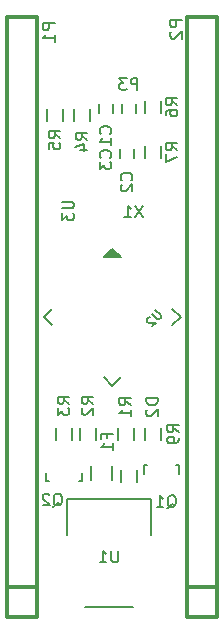
<source format=gbr>
G04 CAM350 V9.5.1 (Build 211) Date:  Tue May 10 22:39:24 2016 *
G04 Database: (Untitled) *
G04 Layer 4: STM32Mini-B_Sil *
%FSLAX45Y45*%
%MOMM*%
%SFA1.000B1.000*%

%MIA0B0*%
%IPPOS*%
%ADD25C,0.20320*%
%ADD28C,0.30480*%
%ADD29C,0.15000*%
%ADD72C,0.14986*%
%LNSTM32Mini-B_Sil*%
%LPD*%
G54D29*
X14621200Y-6721400D02*
G01Y-6791400D01*
X14741200D02*
G01Y-6721400D01*
X14919000Y-7172400D02*
G01Y-7102400D01*
X14799000D02*
G01Y-7172400D01*
X14555600Y-9782500D02*
G01Y-9902500D01*
X14730600D02*
G01Y-9782500D01*
X15021184Y-9777476D02*
G01X15026010D01*
X15301082Y-9847580D02*
G01Y-9777476D01*
Y-9777476D02*
G01X15276190D01*
X15021184D02*
G01X15001118D01*
Y-9777476D02*
G01Y-9847580D01*
X14351000Y-10363200D02*
G01Y-10058400D01*
Y-10058400D02*
G01X15062200D01*
Y-10058400D02*
G01Y-10363200D01*
X14503400Y-10972800D02*
G01X14909800D01*
G54D28*
X13843000Y-5981700D02*
G01Y-11061700D01*
X14097000D02*
G01Y-5981700D01*
Y-5981700D02*
G01X13843000D01*
X14097000Y-10807700D02*
G01X13843000D01*
Y-11061700D02*
G01X14097000D01*
X15367200Y-5981700D02*
G01Y-11061700D01*
X15621200D02*
G01Y-5981700D01*
Y-5981700D02*
G01X15367200D01*
X15621200Y-10807700D02*
G01X15367200D01*
Y-11061700D02*
G01X15621200D01*
G54D29*
X14913800Y-9562300D02*
G01Y-9462300D01*
X14778800D02*
G01Y-9562300D01*
X14596300D02*
G01Y-9462300D01*
X14461300D02*
G01Y-9562300D01*
X14393100D02*
G01Y-9462300D01*
X14258100D02*
G01Y-9562300D01*
X14410500Y-6757200D02*
G01Y-6857200D01*
X14545500D02*
G01Y-6757200D01*
X14181900D02*
G01Y-6857200D01*
X14316900D02*
G01Y-6757200D01*
X15142400Y-6793700D02*
G01Y-6693700D01*
X15007400D02*
G01Y-6793700D01*
X15142400Y-7174700D02*
G01Y-7074700D01*
X15007400D02*
G01Y-7174700D01*
X14811700Y-6721400D02*
G01Y-6791400D01*
X14931700D02*
G01Y-6721400D01*
X14455516Y-9907524D02*
G01X14450690D01*
X14175618Y-9837420D02*
G01Y-9907524D01*
Y-9907524D02*
G01X14200510D01*
X14455516D02*
G01X14475582D01*
Y-9907524D02*
G01Y-9837420D01*
X14939200Y-9917900D02*
G01Y-9817900D01*
X14804200D02*
G01Y-9917900D01*
X15007400Y-9462300D02*
G01Y-9562300D01*
X15142400D02*
G01Y-9462300D01*
G54D72*
X14717811Y-7956123D02*
G01X14746189D01*
X14760198Y-7970133D02*
G01X14703802D01*
X14689613Y-7984321D02*
G01X14774387D01*
X14788576Y-7998510D02*
G01X14675424D01*
X14802764Y-8012699D02*
G01X14732000Y-7941935D01*
Y-7941935D02*
G01X14661236Y-8012699D01*
Y-8012699D02*
G01X14802764D01*
X15241001Y-8592464D02*
G01X15311765Y-8521700D01*
Y-8521700D02*
G01X15241001Y-8450936D01*
X14661236Y-9030701D02*
G01X14732000Y-9101465D01*
Y-9101465D02*
G01X14802764Y-9030701D01*
X14222999Y-8450936D02*
G01X14152235Y-8521700D01*
Y-8521700D02*
G01X14222999Y-8592464D01*
G54D29*
X14716914Y-6968333D02*
G01X14721676Y-6963571D01*
X14726438Y-6949286*
Y-6939762*
X14721676Y-6925476*
X14712152Y-6915952*
X14702629Y-6911190*
X14683581Y-6906429*
X14669295*
X14650248Y-6911190*
X14640724Y-6915952*
X14631200Y-6925476*
X14626438Y-6939762*
Y-6949286*
X14631200Y-6963571*
X14635962Y-6968333*
X14726438Y-7063571D02*
G01Y-7006429D01*
Y-7035000D02*
G01X14626438D01*
X14640724Y-7025476*
X14650248Y-7015952*
X14655010Y-7006429*
X14894714Y-7362033D02*
G01X14899476Y-7357271D01*
X14904238Y-7342986*
Y-7333462*
X14899476Y-7319176*
X14889952Y-7309652*
X14880429Y-7304890*
X14861381Y-7300129*
X14847095*
X14828048Y-7304890*
X14818524Y-7309652*
X14809000Y-7319176*
X14804238Y-7333462*
Y-7342986*
X14809000Y-7357271*
X14813762Y-7362033*
Y-7400129D02*
G01X14809000Y-7404890D01*
X14804238Y-7414414*
Y-7438224*
X14809000Y-7447748*
X14813762Y-7452510*
X14823286Y-7457271*
X14832810*
X14847095Y-7452510*
X14904238Y-7395367*
Y-7457271*
X14686757Y-9542467D02*
G01Y-9509133D01*
X14739138D02*
G01X14639138D01*
Y-9556752*
X14739138Y-9647229D02*
G01Y-9590086D01*
Y-9618657D02*
G01X14639138D01*
X14653424Y-9609133*
X14662948Y-9599609*
X14667710Y-9590086*
X15198724Y-10138562D02*
G01X15208248Y-10133800D01*
X15217771Y-10124276*
X15232057Y-10109990*
X15241581Y-10105229*
X15251105*
X15246343Y-10129038D02*
G01X15255867Y-10124276D01*
X15265391Y-10114752*
X15270152Y-10095705*
Y-10062371*
X15265391Y-10043324*
X15255867Y-10033800*
X15246343Y-10029038*
X15227295*
X15217771Y-10033800*
X15208248Y-10043324*
X15203486Y-10062371*
Y-10095705*
X15208248Y-10114752*
X15217771Y-10124276*
X15227295Y-10129038*
X15246343*
X15108248D02*
G01X15165391D01*
X15136819D02*
G01Y-10029038D01*
X15146343Y-10043324*
X15155867Y-10052848*
X15165391Y-10057609*
X14782791Y-10498938D02*
G01Y-10579890D01*
X14778029Y-10589414*
X14773267Y-10594176*
X14763743Y-10598938*
X14744695*
X14735171Y-10594176*
X14730410Y-10589414*
X14725648Y-10579890*
Y-10498938*
X14625648Y-10598938D02*
G01X14682791D01*
X14654219D02*
G01Y-10498938D01*
X14663743Y-10513224*
X14673267Y-10522748*
X14682791Y-10527509*
G54D25*
X14244562Y-6033710D02*
G01X14142962D01*
Y-6072414*
X14147800Y-6082090*
X14152638Y-6086929*
X14162314Y-6091767*
X14176829*
X14186505Y-6086929*
X14191343Y-6082090*
X14196181Y-6072414*
Y-6033710*
X14244562Y-6188529D02*
G01Y-6130471D01*
Y-6159500D02*
G01X14142962D01*
X14157476Y-6149824*
X14167152Y-6140148*
X14171991Y-6130471*
X15324262Y-6008310D02*
G01X15222662D01*
Y-6047014*
X15227500Y-6056690*
X15232338Y-6061529*
X15242014Y-6066367*
X15256529*
X15266205Y-6061529*
X15271043Y-6056690*
X15275881Y-6047014*
Y-6008310*
X15232338Y-6105071D02*
G01X15227500Y-6109910D01*
X15222662Y-6119586*
Y-6143776*
X15227500Y-6153452*
X15232338Y-6158290*
X15242014Y-6163129*
X15251691*
X15266205Y-6158290*
X15324262Y-6100233*
Y-6163129*
G54D29*
X14891538Y-9267033D02*
G01X14843919Y-9233700D01*
X14891538Y-9209890D02*
G01X14791538D01*
Y-9247986*
X14796300Y-9257510*
X14801062Y-9262271*
X14810586Y-9267033*
X14824871*
X14834395Y-9262271*
X14839157Y-9257510*
X14843919Y-9247986*
Y-9209890*
X14891538Y-9362271D02*
G01Y-9305129D01*
Y-9333700D02*
G01X14791538D01*
X14805824Y-9324176*
X14815348Y-9314652*
X14820110Y-9305129*
X14574038Y-9254333D02*
G01X14526419Y-9221000D01*
X14574038Y-9197190D02*
G01X14474038D01*
Y-9235286*
X14478800Y-9244810*
X14483562Y-9249571*
X14493086Y-9254333*
X14507371*
X14516895Y-9249571*
X14521657Y-9244810*
X14526419Y-9235286*
Y-9197190*
X14483562Y-9292429D02*
G01X14478800Y-9297190D01*
X14474038Y-9306714*
Y-9330524*
X14478800Y-9340048*
X14483562Y-9344810*
X14493086Y-9349571*
X14502610*
X14516895Y-9344810*
X14574038Y-9287667*
Y-9349571*
X14370838Y-9254333D02*
G01X14323219Y-9221000D01*
X14370838Y-9197190D02*
G01X14270838D01*
Y-9235286*
X14275600Y-9244810*
X14280362Y-9249571*
X14289886Y-9254333*
X14304171*
X14313695Y-9249571*
X14318457Y-9244810*
X14323219Y-9235286*
Y-9197190*
X14270838Y-9287667D02*
G01Y-9349571D01*
X14308933Y-9316238*
Y-9330524*
X14313695Y-9340048*
X14318457Y-9344810*
X14327981Y-9349571*
X14351791*
X14361314Y-9344810*
X14366076Y-9340048*
X14370838Y-9330524*
Y-9301952*
X14366076Y-9292429*
X14361314Y-9287667*
X14523238Y-7019133D02*
G01X14475619Y-6985800D01*
X14523238Y-6961990D02*
G01X14423238D01*
Y-7000086*
X14428000Y-7009610*
X14432762Y-7014371*
X14442286Y-7019133*
X14456571*
X14466095Y-7014371*
X14470857Y-7009610*
X14475619Y-7000086*
Y-6961990*
X14456571Y-7104848D02*
G01X14523238D01*
X14418476Y-7081038D02*
G01X14489905Y-7057229D01*
Y-7119133*
X14294638Y-7006433D02*
G01X14247019Y-6973100D01*
X14294638Y-6949290D02*
G01X14194638D01*
Y-6987386*
X14199400Y-6996910*
X14204162Y-7001671*
X14213686Y-7006433*
X14227971*
X14237495Y-7001671*
X14242257Y-6996910*
X14247019Y-6987386*
Y-6949290*
X14194638Y-7096910D02*
G01Y-7049290D01*
X14242257Y-7044529*
X14237495Y-7049290*
X14232733Y-7058814*
Y-7082624*
X14237495Y-7092148*
X14242257Y-7096910*
X14251781Y-7101671*
X14275591*
X14285114Y-7096910*
X14289876Y-7092148*
X14294638Y-7082624*
Y-7058814*
X14289876Y-7049290*
X14285114Y-7044529*
X15285238Y-6727033D02*
G01X15237619Y-6693700D01*
X15285238Y-6669890D02*
G01X15185238D01*
Y-6707986*
X15190000Y-6717510*
X15194762Y-6722271*
X15204286Y-6727033*
X15218571*
X15228095Y-6722271*
X15232857Y-6717510*
X15237619Y-6707986*
Y-6669890*
X15185238Y-6812748D02*
G01Y-6793700D01*
X15190000Y-6784176*
X15194762Y-6779414*
X15209048Y-6769890*
X15228095Y-6765129*
X15266191*
X15275714Y-6769890*
X15280476Y-6774652*
X15285238Y-6784176*
Y-6803224*
X15280476Y-6812748*
X15275714Y-6817510*
X15266191Y-6822271*
X15242381*
X15232857Y-6817510*
X15228095Y-6812748*
X15223333Y-6803224*
Y-6784176*
X15228095Y-6774652*
X15232857Y-6769890*
X15242381Y-6765129*
X15285238Y-7108033D02*
G01X15237619Y-7074700D01*
X15285238Y-7050890D02*
G01X15185238D01*
Y-7088986*
X15190000Y-7098510*
X15194762Y-7103271*
X15204286Y-7108033*
X15218571*
X15228095Y-7103271*
X15232857Y-7098510*
X15237619Y-7088986*
Y-7050890*
X15185238Y-7141367D02*
G01Y-7208033D01*
X15285238Y-7165176*
X14716914Y-7171533D02*
G01X14721676Y-7166771D01*
X14726438Y-7152486*
Y-7142962*
X14721676Y-7128676*
X14712152Y-7119152*
X14702629Y-7114390*
X14683581Y-7109629*
X14669295*
X14650248Y-7114390*
X14640724Y-7119152*
X14631200Y-7128676*
X14626438Y-7142962*
Y-7152486*
X14631200Y-7166771*
X14635962Y-7171533*
X14626438Y-7204867D02*
G01Y-7266771D01*
X14664533Y-7233438*
Y-7247724*
X14669295Y-7257248*
X14674057Y-7262010*
X14683581Y-7266771*
X14707391*
X14716914Y-7262010*
X14721676Y-7257248*
X14726438Y-7247724*
Y-7219152*
X14721676Y-7209629*
X14716914Y-7204867*
X14233524Y-10125862D02*
G01X14243048Y-10121100D01*
X14252571Y-10111576*
X14266857Y-10097290*
X14276381Y-10092529*
X14285905*
X14281143Y-10116338D02*
G01X14290667Y-10111576D01*
X14300191Y-10102052*
X14304952Y-10083005*
Y-10049671*
X14300191Y-10030624*
X14290667Y-10021100*
X14281143Y-10016338*
X14262095*
X14252571Y-10021100*
X14243048Y-10030624*
X14238286Y-10049671*
Y-10083005*
X14243048Y-10102052*
X14252571Y-10111576*
X14262095Y-10116338*
X14281143*
X14200191Y-10025862D02*
G01X14195429Y-10021100D01*
X14185905Y-10016338*
X14162095*
X14152571Y-10021100*
X14147810Y-10025862*
X14143048Y-10035386*
Y-10044909*
X14147810Y-10059195*
X14204952Y-10116338*
X14143048*
X14308938Y-7543809D02*
G01X14389891D01*
X14399414Y-7548571*
X14404176Y-7553333*
X14408938Y-7562857*
Y-7581905*
X14404176Y-7591429*
X14399414Y-7596190*
X14389891Y-7600952*
X14308938*
Y-7639048D02*
G01Y-7700952D01*
X14347033Y-7667619*
Y-7681905*
X14351795Y-7691429*
X14356557Y-7696190*
X14366081Y-7700952*
X14389891*
X14399414Y-7696190*
X14404176Y-7691429*
X14408938Y-7681905*
Y-7653333*
X14404176Y-7643809*
X14399414Y-7639048*
X14945510Y-6598438D02*
G01Y-6498438D01*
X14907414*
X14897890Y-6503200*
X14893129Y-6507962*
X14888367Y-6517486*
Y-6531771*
X14893129Y-6541295*
X14897890Y-6546057*
X14907414Y-6550819*
X14945510*
X14855033Y-6498438D02*
G01X14793129D01*
X14826462Y-6536533*
X14812176*
X14802652Y-6541295*
X14797890Y-6546057*
X14793129Y-6555581*
Y-6579390*
X14797890Y-6588914*
X14802652Y-6593676*
X14812176Y-6598438*
X14840748*
X14850271Y-6593676*
X14855033Y-6588914*
X14990752Y-7577938D02*
G01X14924086Y-7677938D01*
Y-7577938D02*
G01X14990752Y-7677938D01*
X14833610D02*
G01X14890752D01*
X14862181D02*
G01Y-7577938D01*
X14871705Y-7592224*
X14881229Y-7601748*
X14890752Y-7606509*
X15120138Y-9209890D02*
G01X15020138D01*
Y-9233700*
X15024900Y-9247986*
X15034424Y-9257510*
X15043948Y-9262271*
X15062995Y-9267033*
X15077281*
X15096329Y-9262271*
X15105852Y-9257510*
X15115376Y-9247986*
X15120138Y-9233700*
Y-9209890*
X15029662Y-9305129D02*
G01X15024900Y-9309890D01*
X15020138Y-9319414*
Y-9343224*
X15024900Y-9352748*
X15029662Y-9357510*
X15039186Y-9362271*
X15048710*
X15062995Y-9357510*
X15120138Y-9300367*
Y-9362271*
X15297938Y-9495633D02*
G01X15250319Y-9462300D01*
X15297938Y-9438490D02*
G01X15197938D01*
Y-9476586*
X15202700Y-9486110*
X15207462Y-9490871*
X15216986Y-9495633*
X15231271*
X15240795Y-9490871*
X15245557Y-9486110*
X15250319Y-9476586*
Y-9438490*
X15297938Y-9543252D02*
G01Y-9562300D01*
X15293176Y-9571824*
X15288414Y-9576586*
X15274129Y-9586110*
X15255081Y-9590871*
X15216986*
X15207462Y-9586110*
X15202700Y-9581348*
X15197938Y-9571824*
Y-9552776*
X15202700Y-9543252*
X15207462Y-9538490*
X15216986Y-9533729*
X15240795*
X15250319Y-9538490*
X15255081Y-9543252*
X15259843Y-9552776*
Y-9571824*
X15255081Y-9581348*
X15250319Y-9586110*
X15240795Y-9590871*
G54D72*
X15098954Y-8465017D02*
G01X15141845Y-8507908D01*
X15144368Y-8515477*
Y-8520523*
X15141845Y-8528092*
X15131753Y-8538184*
X15124184Y-8540707*
X15119138*
X15111569Y-8538184*
X15068677Y-8495293*
X15051016Y-8523046D02*
G01X15045970D01*
X15038401Y-8525569*
X15025786Y-8538184*
X15023263Y-8545754*
Y-8550800*
X15025786Y-8558369*
X15030832Y-8563415*
X15040924Y-8568461*
X15101477*
X15068677Y-8601260*
M02*

</source>
